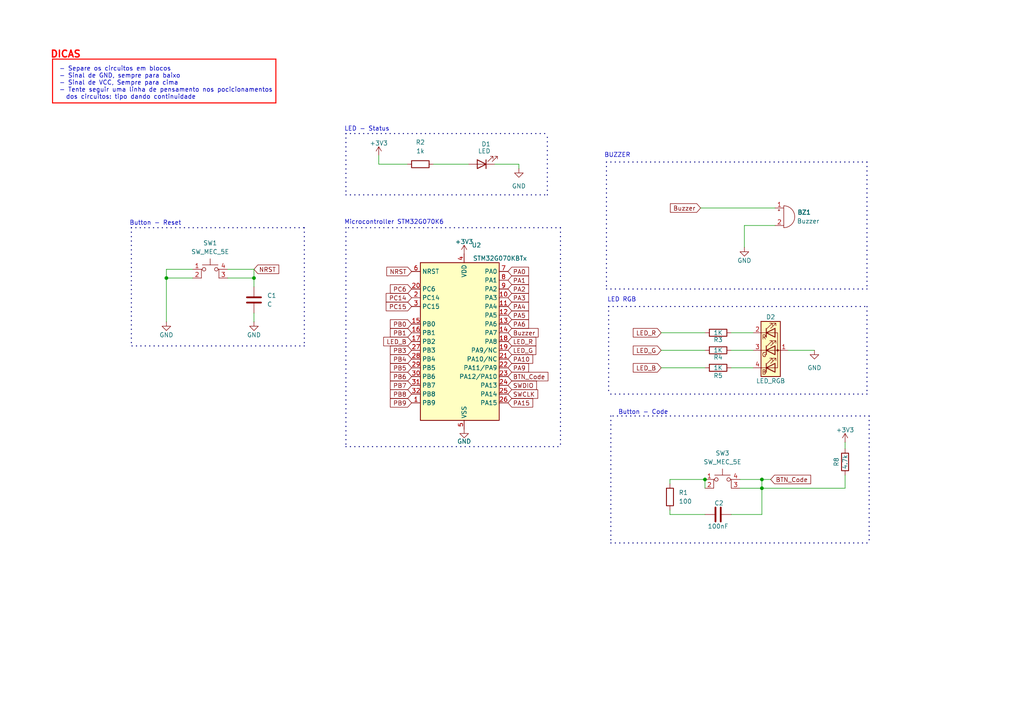
<source format=kicad_sch>
(kicad_sch (version 20231120) (generator "eeschema") (generator_version "8.0")
  (paper "A4")
  (lib_symbols
    (symbol "Device:Buzzer" (pin_names (offset 0.0254) hide)
      (property "Reference" "BZ" (at 3.81 1.27 0))
      (property "Value" "Buzzer" (at 3.81 -1.27 0))
      (symbol "Buzzer_0_1"
        (arc (start 0 -3.175) (mid 3.1612 0) (end 0 3.175))
        (polyline (pts (xy -1.651 1.905) (xy -1.143 1.905)))
        (polyline (pts (xy -1.397 2.159) (xy -1.397 1.651)))
        (polyline (pts (xy 0 3.175) (xy 0 -3.175)))
      )
      (symbol "Buzzer_1_1"
        (pin passive line (at -2.54 2.54 0) (length 2.54) (name "+") (number "1"))
        (pin passive line (at -2.54 -2.54 0) (length 2.54) (name "-") (number "2"))
      )
    )
    (symbol "Device:C" (pin_numbers hide) (pin_names (offset 0.254))
      (property "Reference" "C" (at 0.635 2.54 0))
      (property "Value" "C" (at 0.635 -2.54 0))
      (symbol "C_0_1"
        (polyline (pts (xy -2.032 -0.762) (xy 2.032 -0.762)) (stroke (width 0.508)))
        (polyline (pts (xy -2.032 0.762) (xy 2.032 0.762)) (stroke (width 0.508)))
      )
      (symbol "C_1_1"
        (pin passive line (at 0 3.81 270) (length 2.794) (name "~") (number "1"))
        (pin passive line (at 0 -3.81 90) (length 2.794) (name "~") (number "2"))
      )
    )
    (symbol "Device:LED" (pin_numbers hide) (pin_names (offset 1.016) hide)
      (property "Reference" "D" (at 0 2.54 0))
      (property "Value" "LED" (at 0 -2.54 0))
      (symbol "LED_0_1"
        (polyline (pts (xy -1.27 -1.27) (xy -1.27 1.27)) (stroke (width 0.254)))
        (polyline (pts (xy -1.27 0) (xy 1.27 0)))
        (polyline (pts (xy 1.27 -1.27) (xy 1.27 1.27) (xy -1.27 0) (xy 1.27 -1.27)) (stroke (width 0.254)))
        (polyline (pts (xy -3.048 -0.762) (xy -4.572 -2.286) (xy -3.81 -2.286) (xy -4.572 -2.286) (xy -4.572 -1.524)))
        (polyline (pts (xy -1.778 -0.762) (xy -3.302 -2.286) (xy -2.54 -2.286) (xy -3.302 -2.286) (xy -3.302 -1.524)))
      )
      (symbol "LED_1_1"
        (pin passive line (at -3.81 0 0) (length 2.54) (name "K") (number "1"))
        (pin passive line (at 3.81 0 180) (length 2.54) (name "A") (number "2"))
      )
    )
    (symbol "Device:LED_ARGB" (pin_names (offset 0) hide)
      (property "Reference" "D" (at 0 9.398 0))
      (property "Value" "LED_ARGB" (at 0 -8.89 0))
      (symbol "LED_ARGB_0_0"
        (text "B" (at -1.905 -6.35 0) (effects (font (size 1.27 1.27))))
        (text "G" (at -1.905 -1.27 0) (effects (font (size 1.27 1.27))))
        (text "R" (at -1.905 3.81 0) (effects (font (size 1.27 1.27))))
      )
      (symbol "LED_ARGB_0_1"
        (polyline (pts (xy -1.27 -5.08) (xy -2.54 -5.08)))
        (polyline (pts (xy -1.27 -5.08) (xy 1.27 -5.08)))
        (polyline (pts (xy -1.27 -3.81) (xy -1.27 -6.35)) (stroke (width 0.254)))
        (polyline (pts (xy -1.27 0) (xy -2.54 0)))
        (polyline (pts (xy -1.27 1.27) (xy -1.27 -1.27)) (stroke (width 0.254)))
        (polyline (pts (xy -1.27 5.08) (xy -2.54 5.08)))
        (polyline (pts (xy -1.27 5.08) (xy 1.27 5.08)))
        (polyline (pts (xy -1.27 6.35) (xy -1.27 3.81)) (stroke (width 0.254)))
        (polyline (pts (xy 1.27 0) (xy -1.27 0)))
        (polyline (pts (xy 1.27 0) (xy 2.54 0)))
        (polyline (pts (xy -1.27 1.27) (xy -1.27 -1.27) (xy -1.27 -1.27)))
        (polyline (pts (xy -1.27 6.35) (xy -1.27 3.81) (xy -1.27 3.81)))
        (polyline (pts (xy 1.27 -5.08) (xy 2.032 -5.08) (xy 2.032 5.08) (xy 1.27 5.08)))
        (polyline (pts (xy 1.27 -3.81) (xy 1.27 -6.35) (xy -1.27 -5.08) (xy 1.27 -3.81)) (stroke (width 0.254)))
        (polyline (pts (xy 1.27 1.27) (xy 1.27 -1.27) (xy -1.27 0) (xy 1.27 1.27)) (stroke (width 0.254)))
        (polyline (pts (xy 1.27 6.35) (xy 1.27 3.81) (xy -1.27 5.08) (xy 1.27 6.35)) (stroke (width 0.254)))
        (polyline (pts (xy -1.016 -3.81) (xy 0.508 -2.286) (xy -0.254 -2.286) (xy 0.508 -2.286) (xy 0.508 -3.048)))
        (polyline (pts (xy -1.016 1.27) (xy 0.508 2.794) (xy -0.254 2.794) (xy 0.508 2.794) (xy 0.508 2.032)))
        (polyline (pts (xy -1.016 6.35) (xy 0.508 7.874) (xy -0.254 7.874) (xy 0.508 7.874) (xy 0.508 7.112)))
        (polyline (pts (xy 0 -3.81) (xy 1.524 -2.286) (xy 0.762 -2.286) (xy 1.524 -2.286) (xy 1.524 -3.048)))
        (polyline (pts (xy 0 1.27) (xy 1.524 2.794) (xy 0.762 2.794) (xy 1.524 2.794) (xy 1.524 2.032)))
        (polyline (pts (xy 0 6.35) (xy 1.524 7.874) (xy 0.762 7.874) (xy 1.524 7.874) (xy 1.524 7.112)))
        (rectangle (start 1.27 -1.27) (end 1.27 1.27))
        (rectangle (start 1.27 1.27) (end 1.27 1.27))
        (rectangle (start 1.27 3.81) (end 1.27 6.35))
        (rectangle (start 1.27 6.35) (end 1.27 6.35))
        (circle (center 2.032 0) (radius 0.254) (fill (type outline)))
        (rectangle (start 2.794 8.382) (end -2.794 -7.62) (stroke (width 0.254)) (fill (type background)))
      )
      (symbol "LED_ARGB_1_1"
        (pin passive line (at 5.08 0 180) (length 2.54) (name "A") (number "1"))
        (pin passive line (at -5.08 5.08 0) (length 2.54) (name "RK") (number "2"))
        (pin passive line (at -5.08 0 0) (length 2.54) (name "GK") (number "3"))
        (pin passive line (at -5.08 -5.08 0) (length 2.54) (name "BK") (number "4"))
      )
    )
    (symbol "Device:R" (pin_numbers hide) (pin_names (offset 0))
      (property "Reference" "R" (at 2.032 0 90))
      (property "Value" "R" (at 0 0 90))
      (symbol "R_0_1"
        (rectangle (start -1.016 -2.54) (end 1.016 2.54) (stroke (width 0.254)))
      )
      (symbol "R_1_1"
        (pin passive line (at 0 3.81 270) (length 1.27) (name "~") (number "1"))
        (pin passive line (at 0 -3.81 90) (length 1.27) (name "~") (number "2"))
      )
    )
    (symbol "MCU_ST_STM32G0:STM32G070KBTx"
      (property "Reference" "U" (at -10.16 24.13 0))
      (property "Value" "STM32G070KBTx" (at 5.08 24.13 0))
      (symbol "STM32G070KBTx_0_1"
        (rectangle (start -10.16 -22.86) (end 12.7 22.86) (stroke (width 0.254)) (fill (type background)))
      )
      (symbol "STM32G070KBTx_1_1"
        (pin bidirectional line (at -12.7 -17.78 0) (length 2.54) (name "PB9") (number "1"))
        (pin bidirectional line (at 15.24 12.7 180) (length 2.54) (name "PA3") (number "10"))
        (pin bidirectional line (at 15.24 10.16 180) (length 2.54) (name "PA4") (number "11"))
        (pin bidirectional line (at 15.24 7.62 180) (length 2.54) (name "PA5") (number "12"))
        (pin bidirectional line (at 15.24 5.08 180) (length 2.54) (name "PA6") (number "13"))
        (pin bidirectional line (at 15.24 2.54 180) (length 2.54) (name "PA7") (number "14"))
        (pin bidirectional line (at -12.7 5.08 0) (length 2.54) (name "PB0") (number "15"))
        (pin bidirectional line (at -12.7 2.54 0) (length 2.54) (name "PB1") (number "16"))
        (pin bidirectional line (at -12.7 0 0) (length 2.54) (name "PB2") (number "17"))
        (pin bidirectional line (at 15.24 0 180) (length 2.54) (name "PA8") (number "18"))
        (pin bidirectional line (at 15.24 -2.54 180) (length 2.54) (name "PA9/NC") (number "19"))
        (pin bidirectional line (at -12.7 12.7 0) (length 2.54) (name "PC14") (number "2"))
        (pin bidirectional line (at -12.7 15.24 0) (length 2.54) (name "PC6") (number "20"))
        (pin bidirectional line (at 15.24 -5.08 180) (length 2.54) (name "PA10/NC") (number "21"))
        (pin bidirectional line (at 15.24 -7.62 180) (length 2.54) (name "PA11/PA9") (number "22"))
        (pin bidirectional line (at 15.24 -10.16 180) (length 2.54) (name "PA12/PA10") (number "23"))
        (pin bidirectional line (at 15.24 -12.7 180) (length 2.54) (name "PA13") (number "24"))
        (pin bidirectional line (at 15.24 -15.24 180) (length 2.54) (name "PA14") (number "25"))
        (pin bidirectional line (at 15.24 -17.78 180) (length 2.54) (name "PA15") (number "26"))
        (pin bidirectional line (at -12.7 -2.54 0) (length 2.54) (name "PB3") (number "27"))
        (pin bidirectional line (at -12.7 -5.08 0) (length 2.54) (name "PB4") (number "28"))
        (pin bidirectional line (at -12.7 -7.62 0) (length 2.54) (name "PB5") (number "29"))
        (pin bidirectional line (at -12.7 10.16 0) (length 2.54) (name "PC15") (number "3"))
        (pin bidirectional line (at -12.7 -10.16 0) (length 2.54) (name "PB6") (number "30"))
        (pin bidirectional line (at -12.7 -12.7 0) (length 2.54) (name "PB7") (number "31"))
        (pin bidirectional line (at -12.7 -15.24 0) (length 2.54) (name "PB8") (number "32"))
        (pin power_in line (at 2.54 25.4 270) (length 2.54) (name "VDD") (number "4"))
        (pin power_in line (at 2.54 -25.4 90) (length 2.54) (name "VSS") (number "5"))
        (pin input line (at -12.7 20.32 0) (length 2.54) (name "NRST") (number "6"))
        (pin bidirectional line (at 15.24 20.32 180) (length 2.54) (name "PA0") (number "7"))
        (pin bidirectional line (at 15.24 17.78 180) (length 2.54) (name "PA1") (number "8"))
        (pin bidirectional line (at 15.24 15.24 180) (length 2.54) (name "PA2") (number "9"))
      )
    )
    (symbol "Switch:SW_MEC_5E" (pin_names (offset 1.016) hide)
      (property "Reference" "SW" (at 0.635 5.715 0))
      (property "Value" "SW_MEC_5E" (at 0 -3.175 0))
      (symbol "SW_MEC_5E_0_1"
        (circle (center -1.778 2.54) (radius 0.508))
        (polyline (pts (xy -2.286 3.81) (xy 2.286 3.81)))
        (polyline (pts (xy 0 3.81) (xy 0 5.588)))
        (polyline (pts (xy -2.54 0) (xy -2.54 2.54) (xy -2.286 2.54)))
        (polyline (pts (xy 2.54 0) (xy 2.54 2.54) (xy 2.286 2.54)))
        (circle (center 1.778 2.54) (radius 0.508))
        (pin passive line (at -5.08 2.54 0) (length 2.54) (name "1") (number "1"))
        (pin passive line (at -5.08 0 0) (length 2.54) (name "2") (number "2"))
        (pin passive line (at 5.08 0 180) (length 2.54) (name "K") (number "3"))
        (pin passive line (at 5.08 2.54 180) (length 2.54) (name "A") (number "4"))
      )
    )
    (symbol "power:+3V3" (power) (pin_numbers hide) (pin_names (offset 0) hide)
      (property "Value" "+3V3" (at 0 3.556 0))
      (symbol "+3V3_0_1"
        (polyline (pts (xy -0.762 1.27) (xy 0 2.54)))
        (polyline (pts (xy 0 0) (xy 0 2.54)))
        (polyline (pts (xy 0 2.54) (xy 0.762 1.27)))
      )
      (symbol "+3V3_1_1"
        (pin power_in line (at 0 0 90) (length 0) (name "~") (number "1"))
      )
    )
    (symbol "power:GND" (power) (pin_numbers hide) (pin_names (offset 0) hide)
      (property "Value" "GND" (at 0 -3.81 0))
      (symbol "GND_0_1"
        (polyline (pts (xy 0 0) (xy 0 -1.27) (xy 1.27 -1.27) (xy 0 -2.54) (xy -1.27 -1.27) (xy 0 -1.27)))
      )
      (symbol "GND_1_1"
        (pin power_in line (at 0 0 270) (length 0) (name "~") (number "1"))
      )
    )
  )
  (junction (at 48.26 80.645))
  (junction (at 204.47 139.065))
  (junction (at 220.98 139.065))
  (junction (at 220.98 141.605))
  (junction (at 73.66 80.645))
  (wire (pts (xy 220.98 139.065) (xy 220.98 141.605)))
  (bus (pts (xy 252.095 120.65) (xy 252.095 157.48)) (stroke (width 0) (type dot)))
  (bus (pts (xy 100.33 56.515) (xy 158.75 56.515)) (stroke (width 0) (type dot)))
  (wire (pts (xy 245.11 128.27) (xy 245.11 130.175)))
  (wire (pts (xy 224.79 65.405) (xy 215.9 65.405)))
  (wire (pts (xy 214.63 141.605) (xy 220.98 141.605)))
  (bus (pts (xy 251.46 46.99) (xy 175.895 46.99)) (stroke (width 0) (type dot)))
  (bus (pts (xy 176.53 88.9) (xy 176.53 114.3)) (stroke (width 0) (type dot)))
  (wire (pts (xy 214.63 139.065) (xy 220.98 139.065)))
  (wire (pts (xy 73.66 78.105) (xy 73.66 80.645)))
  (wire (pts (xy 194.31 149.225) (xy 204.47 149.225)))
  (wire (pts (xy 212.09 149.225) (xy 220.98 149.225)))
  (bus (pts (xy 177.165 120.65) (xy 177.165 157.48)) (stroke (width 0) (type dot)))
  (wire (pts (xy 203.2 60.325) (xy 224.79 60.325)))
  (bus (pts (xy 38.1 66.04) (xy 38.1 100.33)) (stroke (width 0) (type dot)))
  (bus (pts (xy 162.56 66.04) (xy 100.33 66.04)) (stroke (width 0) (type dot)))
  (bus (pts (xy 80.01 29.845) (xy 80.01 17.145)) (stroke (width 0) (color 255 6 2 1)))
  (bus (pts (xy 100.33 66.04) (xy 100.33 129.54)) (stroke (width 0) (type dot)))
  (wire (pts (xy 228.6 101.6) (xy 236.22 101.6)))
  (bus (pts (xy 38.1 66.04) (xy 88.265 66.04)) (stroke (width 0) (type dot)))
  (wire (pts (xy 204.47 139.065) (xy 204.47 141.605)))
  (bus (pts (xy 88.265 100.33) (xy 38.1 100.33)) (stroke (width 0) (type dot)))
  (wire (pts (xy 73.66 80.645) (xy 66.04 80.645)))
  (wire (pts (xy 48.26 80.645) (xy 55.88 80.645)))
  (wire (pts (xy 212.09 101.6) (xy 218.44 101.6)))
  (wire (pts (xy 135.89 47.625) (xy 125.73 47.625)))
  (bus (pts (xy 251.46 114.3) (xy 176.53 114.3)) (stroke (width 0) (type dot)))
  (bus (pts (xy 251.46 46.99) (xy 251.46 83.82)) (stroke (width 0) (type dot)))
  (wire (pts (xy 73.66 80.645) (xy 73.66 83.185)))
  (bus (pts (xy 158.75 56.515) (xy 158.75 38.735)) (stroke (width 0) (type dot)))
  (wire (pts (xy 245.11 141.605) (xy 245.11 137.795)))
  (wire (pts (xy 109.855 47.625) (xy 118.11 47.625)))
  (wire (pts (xy 109.855 45.085) (xy 109.855 47.625)))
  (wire (pts (xy 48.26 78.105) (xy 55.88 78.105)))
  (wire (pts (xy 223.52 139.065) (xy 220.98 139.065)))
  (wire (pts (xy 194.31 139.065) (xy 204.47 139.065)))
  (wire (pts (xy 194.31 139.065) (xy 194.31 140.335)))
  (bus (pts (xy 177.165 157.48) (xy 252.095 157.48)) (stroke (width 0) (type dot)))
  (wire (pts (xy 220.98 141.605) (xy 245.11 141.605)))
  (wire (pts (xy 220.98 141.605) (xy 220.98 149.225)))
  (bus (pts (xy 175.895 46.99) (xy 175.895 83.82)) (stroke (width 0) (type dot)))
  (wire (pts (xy 150.495 47.625) (xy 143.51 47.625)))
  (bus (pts (xy 252.095 120.65) (xy 177.165 120.65)) (stroke (width 0) (type dot)))
  (wire (pts (xy 204.47 106.68) (xy 191.77 106.68)))
  (bus (pts (xy 15.24 29.845) (xy 80.01 29.845)) (stroke (width 0) (color 255 6 2 1)))
  (bus (pts (xy 100.33 38.735) (xy 100.33 56.515)) (stroke (width 0) (type dot)))
  (wire (pts (xy 204.47 101.6) (xy 191.77 101.6)))
  (wire (pts (xy 48.26 78.105) (xy 48.26 80.645)))
  (bus (pts (xy 175.895 83.82) (xy 251.46 83.82)) (stroke (width 0) (type dot)))
  (bus (pts (xy 100.33 38.735) (xy 158.75 38.735)) (stroke (width 0) (type dot)))
  (bus (pts (xy 15.24 17.145) (xy 80.01 17.145)) (stroke (width 0) (color 255 6 2 1)))
  (bus (pts (xy 162.56 66.04) (xy 162.56 129.54)) (stroke (width 0) (type dot)))
  (bus (pts (xy 100.33 129.54) (xy 162.56 129.54)) (stroke (width 0) (type dot)))
  (bus (pts (xy 251.46 88.9) (xy 251.46 114.3)) (stroke (width 0) (type dot)))
  (wire (pts (xy 194.31 147.955) (xy 194.31 149.225)))
  (bus (pts (xy 176.53 88.9) (xy 251.46 88.9)) (stroke (width 0) (type dot)))
  (wire (pts (xy 48.26 80.645) (xy 48.26 93.345)))
  (wire (pts (xy 150.495 48.895) (xy 150.495 47.625)))
  (wire (pts (xy 215.9 65.405) (xy 215.9 71.755)))
  (bus (pts (xy 15.24 17.145) (xy 15.24 29.845)) (stroke (width 0) (color 255 6 2 1)))
  (wire (pts (xy 212.09 106.68) (xy 218.44 106.68)))
  (wire (pts (xy 204.47 96.52) (xy 191.77 96.52)))
  (wire (pts (xy 73.66 93.345) (xy 73.66 90.805)))
  (wire (pts (xy 212.09 96.52) (xy 218.44 96.52)))
  (wire (pts (xy 73.66 78.105) (xy 66.04 78.105)))
  (bus (pts (xy 88.265 66.04) (xy 88.265 100.33)) (stroke (width 0) (type dot)))
  (text "Microcontroller STM32G070K6" (at 114.3 64.516 0) (effects (font (size 1.27 1.27))))
  (text "- Separe os circuitos em blocos \n- Sinal de GND, sempre para baixo\n- Sinal de VCC, Sempre para cima \n- Tente seguir uma linha de pensamento nos pocicionamentos \n  dos circuitos: tipo dando continuidade \n" (at 17.145 24.13 0) (effects (font (size 1.27 1.27) (thickness 0.1588)) (justify left)))
  (text "Button - Reset" (at 45.085 64.77 0) (effects (font (size 1.27 1.27))))
  (text "BUZZER" (at 179.07 45.085 0) (effects (font (size 1.27 1.27))))
  (text "LED - Status" (at 106.426 37.465 0) (effects (font (size 1.27 1.27))))
  (text "DICAS" (at 19.05 15.875 0) (effects (font (size 2 2) (thickness 0.4) (bold yes))))
  (text "LED RGB" (at 180.34 86.995 0) (effects (font (size 1.27 1.27))))
  (text "Button - Code" (at 186.563 119.634 0) (effects (font (size 1.27 1.27))))
  (global_label "PB5" (shape input) (at 119.38 106.68 180) (property "Intersheetrefs" "${INTERSHEET_REFS}" (effects (hide yes))))
  (global_label "SWCLK" (shape input) (at 147.32 114.3 0) (property "Intersheetrefs" "${INTERSHEET_REFS}" (effects (hide yes))))
  (global_label "NRST" (shape input) (at 119.38 78.74 180) (property "Intersheetrefs" "${INTERSHEET_REFS}" (effects (hide yes))))
  (global_label "PC14" (shape input) (at 119.38 86.36 180) (property "Intersheetrefs" "${INTERSHEET_REFS}" (effects (hide yes))))
  (global_label "BTN_Code" (shape input) (at 147.32 109.22 0) (property "Intersheetrefs" "${INTERSHEET_REFS}" (effects (hide yes))))
  (global_label "PB7" (shape input) (at 119.38 111.76 180) (property "Intersheetrefs" "${INTERSHEET_REFS}" (effects (hide yes))))
  (global_label "PA6" (shape input) (at 147.32 93.98 0) (property "Intersheetrefs" "${INTERSHEET_REFS}" (effects (hide yes))))
  (global_label "LED_R" (shape input) (at 191.77 96.52 180) (property "Intersheetrefs" "${INTERSHEET_REFS}" (effects (hide yes))))
  (global_label "Buzzer" (shape input) (at 203.2 60.325 180) (property "Intersheetrefs" "${INTERSHEET_REFS}" (effects (hide yes))))
  (global_label "PA9" (shape input) (at 147.32 106.68 0) (property "Intersheetrefs" "${INTERSHEET_REFS}" (effects (hide yes))))
  (global_label "PB3" (shape input) (at 119.38 101.6 180) (property "Intersheetrefs" "${INTERSHEET_REFS}" (effects (hide yes))))
  (global_label "PB0" (shape input) (at 119.38 93.98 180) (property "Intersheetrefs" "${INTERSHEET_REFS}" (effects (hide yes))))
  (global_label "Buzzer" (shape input) (at 147.32 96.52 0) (property "Intersheetrefs" "${INTERSHEET_REFS}" (effects (hide yes))))
  (global_label "PA4" (shape input) (at 147.32 88.9 0) (property "Intersheetrefs" "${INTERSHEET_REFS}" (effects (hide yes))))
  (global_label "PA2" (shape input) (at 147.32 83.82 0) (property "Intersheetrefs" "${INTERSHEET_REFS}" (effects (hide yes))))
  (global_label "PA0" (shape input) (at 147.32 78.74 0) (property "Intersheetrefs" "${INTERSHEET_REFS}" (effects (hide yes))))
  (global_label "LED_G" (shape input) (at 191.77 101.6 180) (property "Intersheetrefs" "${INTERSHEET_REFS}" (effects (hide yes))))
  (global_label "PC6" (shape input) (at 119.38 83.82 180) (property "Intersheetrefs" "${INTERSHEET_REFS}" (effects (hide yes))))
  (global_label "LED_R" (shape input) (at 147.32 99.06 0) (property "Intersheetrefs" "${INTERSHEET_REFS}" (effects (hide yes))))
  (global_label "PC15" (shape input) (at 119.38 88.9 180) (property "Intersheetrefs" "${INTERSHEET_REFS}" (effects (hide yes))))
  (global_label "PB1" (shape input) (at 119.38 96.52 180) (property "Intersheetrefs" "${INTERSHEET_REFS}" (effects (hide yes))))
  (global_label "PB4" (shape input) (at 119.38 104.14 180) (property "Intersheetrefs" "${INTERSHEET_REFS}" (effects (hide yes))))
  (global_label "PA5" (shape input) (at 147.32 91.44 0) (property "Intersheetrefs" "${INTERSHEET_REFS}" (effects (hide yes))))
  (global_label "PA1" (shape input) (at 147.32 81.28 0) (property "Intersheetrefs" "${INTERSHEET_REFS}" (effects (hide yes))))
  (global_label "LED_B" (shape input) (at 119.38 99.06 180) (property "Intersheetrefs" "${INTERSHEET_REFS}" (effects (hide yes))))
  (global_label "NRST" (shape input) (at 73.66 78.105 0) (property "Intersheetrefs" "${INTERSHEET_REFS}" (effects (hide yes))))
  (global_label "SWDIO" (shape input) (at 147.32 111.76 0) (property "Intersheetrefs" "${INTERSHEET_REFS}" (effects (hide yes))))
  (global_label "PA10" (shape input) (at 147.32 104.14 0) (property "Intersheetrefs" "${INTERSHEET_REFS}" (effects (hide yes))))
  (global_label "PA15" (shape input) (at 147.32 116.84 0) (property "Intersheetrefs" "${INTERSHEET_REFS}" (effects (hide yes))))
  (global_label "LED_B" (shape input) (at 191.77 106.68 180) (property "Intersheetrefs" "${INTERSHEET_REFS}" (effects (hide yes))))
  (global_label "PB8" (shape input) (at 119.38 114.3 180) (property "Intersheetrefs" "${INTERSHEET_REFS}" (effects (hide yes))))
  (global_label "LED_G" (shape input) (at 147.32 101.6 0) (property "Intersheetrefs" "${INTERSHEET_REFS}" (effects (hide yes))))
  (global_label "BTN_Code" (shape input) (at 223.52 139.065 0) (property "Intersheetrefs" "${INTERSHEET_REFS}" (effects (hide yes))))
  (global_label "PA3" (shape input) (at 147.32 86.36 0) (property "Intersheetrefs" "${INTERSHEET_REFS}" (effects (hide yes))))
  (global_label "PB9" (shape input) (at 119.38 116.84 180) (property "Intersheetrefs" "${INTERSHEET_REFS}" (effects (hide yes))))
  (global_label "PB6" (shape input) (at 119.38 109.22 180) (property "Intersheetrefs" "${INTERSHEET_REFS}" (effects (hide yes))))
  (symbol (lib_id "power:+3V3") (at 134.62 73.66 0) (unit 1)
    (property "Reference" "#PWR012" (effects (hide yes)))
    (property "Value" "+3V3" (at 134.62 70.104 0))
    (property "Description" "Power symbol creates a global label with name \"+3V3\"" (effects (hide yes)))
  )
  (symbol (lib_id "power:GND") (at 73.66 93.345 0) (unit 1)
    (property "Reference" "#PWR08" (effects (hide yes)))
    (property "Value" "GND" (at 73.66 97.155 0))
    (property "Description" "Power symbol creates a global label with name \"GND\" , ground" (effects (hide yes)))
  )
  (symbol (lib_id "power:+3V3") (at 245.11 128.27 0) (unit 1)
    (property "Reference" "#PWR09" (effects (hide yes)))
    (property "Value" "+3V3" (at 245.11 124.714 0))
    (property "Description" "Power symbol creates a global label with name \"+3V3\"" (effects (hide yes)))
  )
  (symbol (lib_id "Device:C") (at 208.28 149.225 90) (unit 1)
    (property "Reference" "C2" (at 208.534 145.923 90))
    (property "Value" "100nF" (at 208.28 152.654 90))
    (property "Footprint" "C_Disc_D3.0mm_W1.6mm_P2.50mm" (effects (hide yes)))
    (property "Description" "Unpolarized capacitor" (effects (hide yes)))
  )
  (symbol (lib_id "Switch:SW_MEC_5E") (at 60.96 80.645 0) (unit 1)
    (property "Reference" "SW1" (at 60.96 70.485 0))
    (property "Value" "SW_MEC_5E" (at 60.96 73.025 0))
    (property "Footprint" "SW_PUSH-12mm_Wuerth-430476085716" (effects (hide yes)))
    (property "Datasheet" "http://www.apem.com/int/index.php?controller=attachment&id_attachment=1371" (effects (hide yes)))
    (property "Description" "MEC 5E single pole normally-open tactile switch" (effects (hide yes)))
  )
  (symbol (lib_id "Device:LED_ARGB") (at 223.52 101.6 0) (unit 1)
    (property "Reference" "D2" (at 223.52 91.948 0))
    (property "Value" "LED_RGB" (at 223.52 110.49 0))
    (property "Footprint" "LED_THT:LED_D5.0mm-4_RGB_Wide_Pins" (effects (hide yes)))
    (property "Description" "RGB LED, anode/red/green/blue" (effects (hide yes)))
  )
  (symbol (lib_id "Device:R") (at 208.28 101.6 270) (mirror x) (unit 1)
    (property "Reference" "R4" (at 208.28 103.632 90))
    (property "Value" "1K" (at 208.28 101.6 90))
    (property "Footprint" "Resistor_THT:R_Axial_DIN0207_L6.3mm_D2.5mm_P7.62mm_Horizontal" (effects (hide yes)))
    (property "Description" "Resistor" (effects (hide yes)))
  )
  (symbol (lib_id "power:GND") (at 134.62 124.46 0) (unit 1)
    (property "Reference" "#PWR013" (effects (hide yes)))
    (property "Value" "GND" (at 134.62 128.016 0))
    (property "Description" "Power symbol creates a global label with name \"GND\" , ground" (effects (hide yes)))
  )
  (symbol (lib_id "Device:C") (at 73.66 86.995 0) (unit 1)
    (property "Reference" "C1" (at 77.47 85.7249 0) (effects (justify left)))
    (property "Value" "C" (at 77.47 88.2649 0) (effects (justify left)))
    (property "Footprint" "C_Disc_D3.0mm_W1.6mm_P2.50mm" (effects (hide yes)))
    (property "Description" "Unpolarized capacitor" (effects (hide yes)))
  )
  (symbol (lib_id "power:+3V3") (at 109.855 45.085 0) (unit 1)
    (property "Reference" "#PWR04" (effects (hide yes)))
    (property "Value" "+3V3" (at 109.855 41.529 0))
    (property "Description" "Power symbol creates a global label with name \"+3V3\"" (effects (hide yes)))
  )
  (symbol (lib_id "Device:R") (at 208.28 106.68 270) (mirror x) (unit 1)
    (property "Reference" "R5" (at 208.28 108.966 90))
    (property "Value" "1K" (at 208.28 106.68 90))
    (property "Footprint" "Resistor_THT:R_Axial_DIN0207_L6.3mm_D2.5mm_P7.62mm_Horizontal" (effects (hide yes)))
    (property "Description" "Resistor" (effects (hide yes)))
  )
  (symbol (lib_id "power:GND") (at 150.495 48.895 0) (mirror y) (unit 1)
    (property "Reference" "#PWR010" (effects (hide yes)))
    (property "Value" "GND" (at 150.495 53.975 0))
    (property "Description" "Power symbol creates a global label with name \"GND\" , ground" (effects (hide yes)))
  )
  (symbol (lib_id "power:GND") (at 48.26 93.345 0) (unit 1)
    (property "Reference" "#PWR03" (effects (hide yes)))
    (property "Value" "GND" (at 48.26 97.155 0))
    (property "Description" "Power symbol creates a global label with name \"GND\" , ground" (effects (hide yes)))
  )
  (symbol (lib_id "Device:R") (at 121.92 47.625 90) (unit 1)
    (property "Reference" "R2" (at 121.92 41.275 90))
    (property "Value" "1k" (at 121.92 43.815 90))
    (property "Footprint" "R_Axial_DIN0204_L3.6mm_D1.6mm_P7.62mm_Horizontal" (effects (hide yes)))
    (property "Description" "Resistor" (effects (hide yes)))
  )
  (symbol (lib_id "power:GND") (at 236.22 101.6 0) (mirror y) (unit 1)
    (property "Reference" "#PWR02" (effects (hide yes)))
    (property "Value" "GND" (at 236.22 106.68 0))
    (property "Description" "Power symbol creates a global label with name \"GND\" , ground" (effects (hide yes)))
  )
  (symbol (lib_id "power:GND") (at 215.9 71.755 0) (unit 1)
    (property "Reference" "#PWR01" (effects (hide yes)))
    (property "Value" "GND" (at 215.9 75.565 0))
    (property "Description" "Power symbol creates a global label with name \"GND\" , ground" (effects (hide yes)))
  )
  (symbol (lib_id "Device:R") (at 245.11 133.985 180) (unit 1)
    (property "Reference" "R8" (at 242.57 133.985 90))
    (property "Value" "4.7k" (at 245.11 133.985 90))
    (property "Description" "Resistor" (effects (hide yes)))
  )
  (symbol (lib_id "Device:R") (at 194.31 144.145 0) (unit 1)
    (property "Reference" "R1" (at 196.85 142.8749 0) (effects (justify left)))
    (property "Value" "100" (at 196.85 145.4149 0) (effects (justify left)))
    (property "Footprint" "Resistor_THT:R_Axial_DIN0207_L6.3mm_D2.5mm_P7.62mm_Horizontal" (effects (hide yes)))
    (property "Description" "Resistor" (effects (hide yes)))
  )
  (symbol (lib_id "Switch:SW_MEC_5E") (at 209.55 141.605 0) (unit 1)
    (property "Reference" "SW3" (at 209.55 131.445 0))
    (property "Value" "SW_MEC_5E" (at 209.55 133.985 0))
    (property "Footprint" "SW_PUSH-12mm_Wuerth-430476085716" (effects (hide yes)))
    (property "Datasheet" "http://www.apem.com/int/index.php?controller=attachment&id_attachment=1371" (effects (hide yes)))
    (property "Description" "MEC 5E single pole normally-open tactile switch" (effects (hide yes)))
  )
  (symbol (lib_id "Device:Buzzer") (at 227.33 62.865 0) (unit 1)
    (property "Reference" "BZ1" (at 231.14 61.595 0) (effects (font (bold yes)) (justify left)))
    (property "Value" "Buzzer" (at 231.14 64.1349 0) (effects (justify left)))
    (property "Footprint" "Buzzer_12x9.5RM7.6" (effects (hide yes)))
    (property "Description" "Buzzer, polarized" (effects (hide yes)))
  )
  (symbol (lib_id "Device:R") (at 208.28 96.52 270) (mirror x) (unit 1)
    (property "Reference" "R3" (at 208.28 98.552 90))
    (property "Value" "1K" (at 208.28 96.52 90))
    (property "Footprint" "Resistor_THT:R_Axial_DIN0207_L6.3mm_D2.5mm_P7.62mm_Horizontal" (effects (hide yes)))
    (property "Description" "Resistor" (effects (hide yes)))
  )
  (symbol (lib_id "MCU_ST_STM32G0:STM32G070KBTx") (at 132.08 99.06 0) (unit 1)
    (property "Reference" "U2" (at 136.8141 71.12 0) (effects (justify left)))
    (property "Value" "STM32G070KBTx" (at 137.16 74.93 0) (effects (justify left)))
    (property "Footprint" "Package_QFP:LQFP-32_7x7mm_P0.8mm" (effects (hide yes)))
    (property "Datasheet" "https://www.st.com/resource/en/datasheet/stm32g070kb.pdf" (effects (hide yes)))
    (property "Description" "STMicroelectronics Arm Cortex-M0+ MCU, 128KB flash, 36KB RAM, 64 MHz, 2.0-3.6V, 29 GPIO, LQFP32" (effects (hide yes)))
  )
  (symbol (lib_id "Device:LED") (at 139.7 47.625 180) (unit 1)
    (property "Reference" "D1" (at 140.97 41.783 0))
    (property "Value" "LED" (at 140.462 43.815 0))
    (property "Footprint" "LED_THT:LED_D1.8mm_W1.8mm_H2.4mm_Horizontal_O3.81mm_Z4.9mm" (effects (hide yes)))
    (property "Description" "Light emitting diode" (effects (hide yes)))
  )
)
</source>
